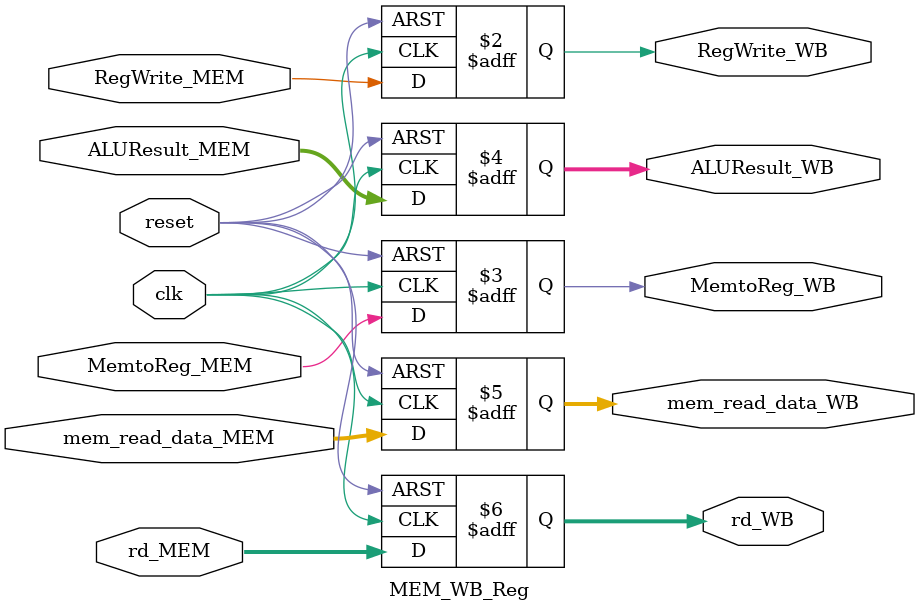
<source format=v>
module MEM_WB_Reg (
    input             clk,
    input             reset,
    // Control signals from the MEM stage
    input             RegWrite_MEM,
    input             MemtoReg_MEM,
    input      [63:0] ALUResult_MEM,
    input      [63:0] mem_read_data_MEM,
    input      [ 4:0] rd_MEM,
    // Outputs to the WB stage
    output reg        RegWrite_WB,
    output reg        MemtoReg_WB,
    output reg [63:0] ALUResult_WB,
    output reg [63:0] mem_read_data_WB,
    output reg [ 4:0] rd_WB
);

  // Pipeline register update on clock edge or reset
  always @(posedge clk or posedge reset) begin
    if (reset) begin
      RegWrite_WB      <= 1'b0;
      MemtoReg_WB      <= 1'b0;
      ALUResult_WB     <= 64'b0;
      mem_read_data_WB <= 64'b0;
      rd_WB            <= 5'b0;
    end else begin
      RegWrite_WB      <= RegWrite_MEM;
      MemtoReg_WB      <= MemtoReg_MEM;
      ALUResult_WB     <= ALUResult_MEM;
      mem_read_data_WB <= mem_read_data_MEM;
      rd_WB            <= rd_MEM;
    end
  end

endmodule

</source>
